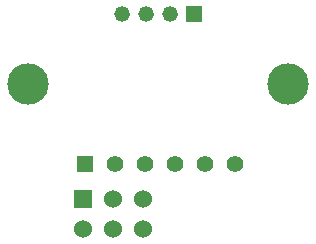
<source format=gbs>
G04 (created by PCBNEW (2013-05-16 BZR 4016)-stable) date 7/1/2013 10:46:10*
%MOIN*%
G04 Gerber Fmt 3.4, Leading zero omitted, Abs format*
%FSLAX34Y34*%
G01*
G70*
G90*
G04 APERTURE LIST*
%ADD10C,0.00590551*%
%ADD11R,0.055X0.055*%
%ADD12C,0.055*%
%ADD13R,0.06X0.06*%
%ADD14C,0.06*%
%ADD15C,0.137795*%
%ADD16C,0.052*%
%ADD17R,0.052X0.052*%
G04 APERTURE END LIST*
G54D10*
G54D11*
X-2440Y-2657D03*
G54D12*
X-1440Y-2657D03*
X-440Y-2657D03*
X559Y-2657D03*
X1559Y-2657D03*
X2559Y-2657D03*
G54D13*
X-2496Y-3830D03*
G54D14*
X-2496Y-4830D03*
X-1496Y-3830D03*
X-1496Y-4830D03*
X-496Y-3830D03*
X-496Y-4830D03*
G54D15*
X-4330Y0D03*
X4330Y0D03*
G54D16*
X-1200Y2352D03*
X-400Y2352D03*
X400Y2352D03*
G54D17*
X1200Y2352D03*
M02*

</source>
